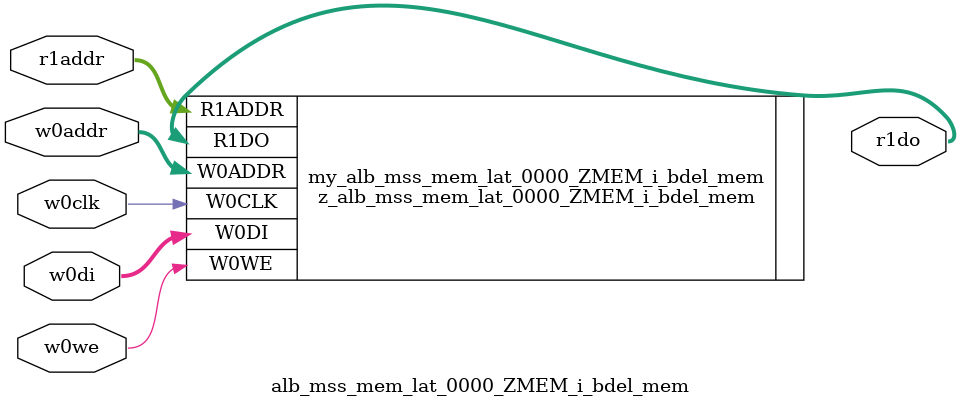
<source format=v>
/* ###--------------------------------------------------------------------### */
/*   Copyright Emulation And Verification Engineering                         */
/* ###--------------------------------------------------------------------### */
/*   Verilog memory wrapper                                                   */
/* ###--------------------------------------------------------------------### */


// 
// #-------- Basic definition of memory 'alb_mss_mem_lat_0000_ZMEM_i_bdel_mem'
// memory new                alb_mss_mem_lat_0000_ZMEM_i_bdel_mem bram
// memory depth              1024
// memory width              2
// memory set_word_length    8
// 
// memory enable_bram_dual_port_multiplexed  true
// 
// #-------- Memory advanced definition
// memory type                  sync
// memory scalarize             false
// memory set_memory_debug_mode false
// memory set_sys_freq          clk_100
// set_max_sys_freq          clk_100
// 
// 
//   #-------- Definition of port 'w0'
//   memory add_port         w0 w
//   memory set_rw_mode      w0 ReadBeforeWrite
//   memory set_port_latency w0 1
//   memory set_port_access  w0 sync
//   memory_port w0 di     w0di
//   memory_port w0 addr   w0addr
//   memory_port w0 clk    w0clk posedge
//   memory_port w0 we     w0we high
//   memory set_debug_mode w0 true
// 
//   #-------- Definition of port 'r1'
//   memory add_port         r1 r
//   memory set_rw_mode      r1 ReadBeforeWrite
//   memory set_port_latency r1 1
//   memory set_port_access  r1 async
//   memory_port r1 do     r1do
//   memory_port r1 addr   r1addr
//   memory set_debug_mode r1 true
// 
// 

module alb_mss_mem_lat_0000_ZMEM_i_bdel_mem (
   w0di
  ,w0addr
  ,w0we
  ,w0clk
  ,r1do
  ,r1addr
);

  input  [  1:  0] w0di;
  input  [  9:  0] w0addr;
  input            w0we;
  input            w0clk;
  output [  1:  0] r1do;
  input  [  9:  0] r1addr;



z_alb_mss_mem_lat_0000_ZMEM_i_bdel_mem my_alb_mss_mem_lat_0000_ZMEM_i_bdel_mem (
     .W0DI(w0di)
    ,.W0ADDR(w0addr)
    ,.W0WE(w0we)
    ,.W0CLK(w0clk)
    ,.R1DO(r1do)
    ,.R1ADDR(r1addr)
);


endmodule

</source>
